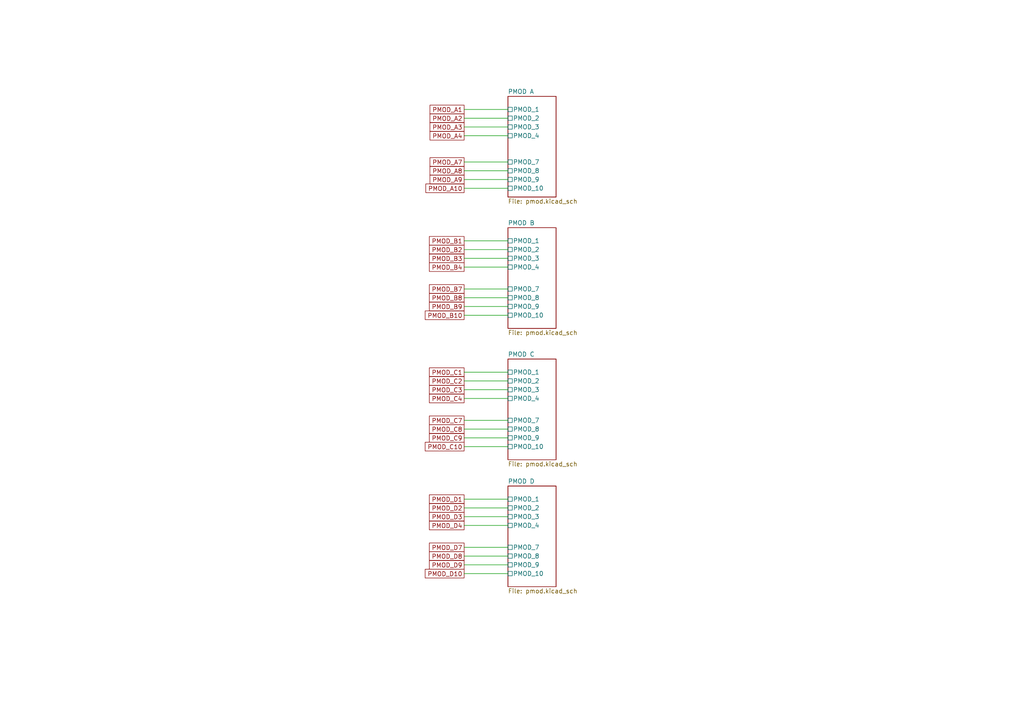
<source format=kicad_sch>
(kicad_sch (version 20210126) (generator eeschema)
  (paper "A4")
  (lib_symbols)
  (wire (pts (xy 147.32 31.75) (xy 134.62 31.75)))
  (wire (pts (xy 147.32 34.29) (xy 134.62 34.29)))
  (wire (pts (xy 147.32 36.83) (xy 134.62 36.83)))
  (wire (pts (xy 147.32 39.37) (xy 134.62 39.37)))
  (wire (pts (xy 147.32 46.99) (xy 134.62 46.99)))
  (wire (pts (xy 147.32 49.53) (xy 134.62 49.53)))
  (wire (pts (xy 147.32 52.07) (xy 134.62 52.07)))
  (wire (pts (xy 147.32 54.61) (xy 134.62 54.61)))
  (wire (pts (xy 147.32 69.85) (xy 134.62 69.85)))
  (wire (pts (xy 147.32 72.39) (xy 134.62 72.39)))
  (wire (pts (xy 147.32 74.93) (xy 134.62 74.93)))
  (wire (pts (xy 147.32 77.47) (xy 134.62 77.47)))
  (wire (pts (xy 147.32 83.82) (xy 134.62 83.82)))
  (wire (pts (xy 147.32 86.36) (xy 134.62 86.36)))
  (wire (pts (xy 147.32 88.9) (xy 134.62 88.9)))
  (wire (pts (xy 147.32 91.44) (xy 134.62 91.44)))
  (wire (pts (xy 147.32 107.95) (xy 134.62 107.95)))
  (wire (pts (xy 147.32 110.49) (xy 134.62 110.49)))
  (wire (pts (xy 147.32 113.03) (xy 134.62 113.03)))
  (wire (pts (xy 147.32 115.57) (xy 134.62 115.57)))
  (wire (pts (xy 147.32 121.92) (xy 134.62 121.92)))
  (wire (pts (xy 147.32 124.46) (xy 134.62 124.46)))
  (wire (pts (xy 147.32 127) (xy 134.62 127)))
  (wire (pts (xy 147.32 129.54) (xy 134.62 129.54)))
  (wire (pts (xy 147.32 144.78) (xy 134.62 144.78)))
  (wire (pts (xy 147.32 147.32) (xy 134.62 147.32)))
  (wire (pts (xy 147.32 149.86) (xy 134.62 149.86)))
  (wire (pts (xy 147.32 152.4) (xy 134.62 152.4)))
  (wire (pts (xy 147.32 158.75) (xy 134.62 158.75)))
  (wire (pts (xy 147.32 161.29) (xy 134.62 161.29)))
  (wire (pts (xy 147.32 163.83) (xy 134.62 163.83)))
  (wire (pts (xy 147.32 166.37) (xy 134.62 166.37)))
  (global_label "PMOD_A1" (shape passive) (at 134.62 31.75 180) (property "Intersheet References" "${INTERSHEET_REFS}" (effects hide)))
  (global_label "PMOD_A2" (shape passive) (at 134.62 34.29 180) (property "Intersheet References" "${INTERSHEET_REFS}" (effects hide)))
  (global_label "PMOD_A3" (shape passive) (at 134.62 36.83 180) (property "Intersheet References" "${INTERSHEET_REFS}" (effects hide)))
  (global_label "PMOD_A4" (shape passive) (at 134.62 39.37 180) (property "Intersheet References" "${INTERSHEET_REFS}" (effects hide)))
  (global_label "PMOD_A7" (shape passive) (at 134.62 46.99 180) (property "Intersheet References" "${INTERSHEET_REFS}" (effects hide)))
  (global_label "PMOD_A8" (shape passive) (at 134.62 49.53 180) (property "Intersheet References" "${INTERSHEET_REFS}" (effects hide)))
  (global_label "PMOD_A9" (shape passive) (at 134.62 52.07 180) (property "Intersheet References" "${INTERSHEET_REFS}" (effects hide)))
  (global_label "PMOD_A10" (shape passive) (at 134.62 54.61 180) (property "Intersheet References" "${INTERSHEET_REFS}" (effects hide)))
  (global_label "PMOD_B1" (shape passive) (at 134.62 69.85 180) (property "Intersheet References" "${INTERSHEET_REFS}" (effects hide)))
  (global_label "PMOD_B2" (shape passive) (at 134.62 72.39 180) (property "Intersheet References" "${INTERSHEET_REFS}" (effects hide)))
  (global_label "PMOD_B3" (shape passive) (at 134.62 74.93 180) (property "Intersheet References" "${INTERSHEET_REFS}" (effects hide)))
  (global_label "PMOD_B4" (shape passive) (at 134.62 77.47 180) (property "Intersheet References" "${INTERSHEET_REFS}" (effects hide)))
  (global_label "PMOD_B7" (shape passive) (at 134.62 83.82 180) (property "Intersheet References" "${INTERSHEET_REFS}" (effects hide)))
  (global_label "PMOD_B8" (shape passive) (at 134.62 86.36 180) (property "Intersheet References" "${INTERSHEET_REFS}" (effects hide)))
  (global_label "PMOD_B9" (shape passive) (at 134.62 88.9 180) (property "Intersheet References" "${INTERSHEET_REFS}" (effects hide)))
  (global_label "PMOD_B10" (shape passive) (at 134.62 91.44 180) (property "Intersheet References" "${INTERSHEET_REFS}" (effects hide)))
  (global_label "PMOD_C1" (shape passive) (at 134.62 107.95 180) (property "Intersheet References" "${INTERSHEET_REFS}" (effects hide)))
  (global_label "PMOD_C2" (shape passive) (at 134.62 110.49 180) (property "Intersheet References" "${INTERSHEET_REFS}" (effects hide)))
  (global_label "PMOD_C3" (shape passive) (at 134.62 113.03 180) (property "Intersheet References" "${INTERSHEET_REFS}" (effects hide)))
  (global_label "PMOD_C4" (shape passive) (at 134.62 115.57 180) (property "Intersheet References" "${INTERSHEET_REFS}" (effects hide)))
  (global_label "PMOD_C7" (shape passive) (at 134.62 121.92 180) (property "Intersheet References" "${INTERSHEET_REFS}" (effects hide)))
  (global_label "PMOD_C8" (shape passive) (at 134.62 124.46 180) (property "Intersheet References" "${INTERSHEET_REFS}" (effects hide)))
  (global_label "PMOD_C9" (shape passive) (at 134.62 127 180) (property "Intersheet References" "${INTERSHEET_REFS}" (effects hide)))
  (global_label "PMOD_C10" (shape passive) (at 134.62 129.54 180) (property "Intersheet References" "${INTERSHEET_REFS}" (effects hide)))
  (global_label "PMOD_D1" (shape passive) (at 134.62 144.78 180) (property "Intersheet References" "${INTERSHEET_REFS}" (effects hide)))
  (global_label "PMOD_D2" (shape passive) (at 134.62 147.32 180) (property "Intersheet References" "${INTERSHEET_REFS}" (effects hide)))
  (global_label "PMOD_D3" (shape passive) (at 134.62 149.86 180) (property "Intersheet References" "${INTERSHEET_REFS}" (effects hide)))
  (global_label "PMOD_D4" (shape passive) (at 134.62 152.4 180) (property "Intersheet References" "${INTERSHEET_REFS}" (effects hide)))
  (global_label "PMOD_D7" (shape passive) (at 134.62 158.75 180) (property "Intersheet References" "${INTERSHEET_REFS}" (effects hide)))
  (global_label "PMOD_D8" (shape passive) (at 134.62 161.29 180) (property "Intersheet References" "${INTERSHEET_REFS}" (effects hide)))
  (global_label "PMOD_D9" (shape passive) (at 134.62 163.83 180) (property "Intersheet References" "${INTERSHEET_REFS}" (effects hide)))
  (global_label "PMOD_D10" (shape passive) (at 134.62 166.37 180) (property "Intersheet References" "${INTERSHEET_REFS}" (effects hide)))
  (sheet (at 147.32 27.94) (size 13.97 29.21)
    (property "Sheet name" "PMOD A" (at 147.32 27.3045 0) (effects (justify left bottom)))
    (property "Sheet file" "pmod.kicad_sch" (at 147.32 57.6585 0) (effects (justify left top)))
    (pin "PMOD_1" passive (at 147.32 31.75 180))
    (pin "PMOD_7" passive (at 147.32 46.99 180))
    (pin "PMOD_2" passive (at 147.32 34.29 180))
    (pin "PMOD_8" passive (at 147.32 49.53 180))
    (pin "PMOD_3" passive (at 147.32 36.83 180))
    (pin "PMOD_9" passive (at 147.32 52.07 180))
    (pin "PMOD_4" passive (at 147.32 39.37 180))
    (pin "PMOD_10" passive (at 147.32 54.61 180))
  )
  (sheet (at 147.32 66.04) (size 13.97 29.21)
    (property "Sheet name" "PMOD B" (at 147.32 65.4045 0) (effects (justify left bottom)))
    (property "Sheet file" "pmod.kicad_sch" (at 147.32 95.7585 0) (effects (justify left top)))
    (pin "PMOD_1" passive (at 147.32 69.85 180))
    (pin "PMOD_7" passive (at 147.32 83.82 180))
    (pin "PMOD_2" passive (at 147.32 72.39 180))
    (pin "PMOD_8" passive (at 147.32 86.36 180))
    (pin "PMOD_3" passive (at 147.32 74.93 180))
    (pin "PMOD_9" passive (at 147.32 88.9 180))
    (pin "PMOD_4" passive (at 147.32 77.47 180))
    (pin "PMOD_10" passive (at 147.32 91.44 180))
  )
  (sheet (at 147.32 104.14) (size 13.97 29.21)
    (property "Sheet name" "PMOD C" (at 147.32 103.5045 0) (effects (justify left bottom)))
    (property "Sheet file" "pmod.kicad_sch" (at 147.32 133.8585 0) (effects (justify left top)))
    (pin "PMOD_1" passive (at 147.32 107.95 180))
    (pin "PMOD_7" passive (at 147.32 121.92 180))
    (pin "PMOD_2" passive (at 147.32 110.49 180))
    (pin "PMOD_8" passive (at 147.32 124.46 180))
    (pin "PMOD_3" passive (at 147.32 113.03 180))
    (pin "PMOD_9" passive (at 147.32 127 180))
    (pin "PMOD_4" passive (at 147.32 115.57 180))
    (pin "PMOD_10" passive (at 147.32 129.54 180))
  )
  (sheet (at 147.32 140.97) (size 13.97 29.21)
    (property "Sheet name" "PMOD D" (at 147.32 140.3345 0) (effects (justify left bottom)))
    (property "Sheet file" "pmod.kicad_sch" (at 147.32 170.6885 0) (effects (justify left top)))
    (pin "PMOD_1" passive (at 147.32 144.78 180))
    (pin "PMOD_7" passive (at 147.32 158.75 180))
    (pin "PMOD_2" passive (at 147.32 147.32 180))
    (pin "PMOD_8" passive (at 147.32 161.29 180))
    (pin "PMOD_3" passive (at 147.32 149.86 180))
    (pin "PMOD_9" passive (at 147.32 163.83 180))
    (pin "PMOD_4" passive (at 147.32 152.4 180))
    (pin "PMOD_10" passive (at 147.32 166.37 180))
  )
)
</source>
